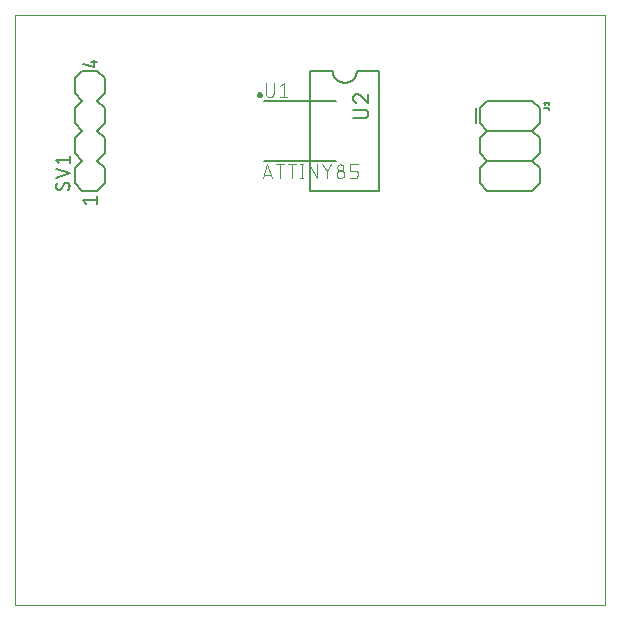
<source format=gto>
G75*
%MOIN*%
%OFA0B0*%
%FSLAX25Y25*%
%IPPOS*%
%LPD*%
%AMOC8*
5,1,8,0,0,1.08239X$1,22.5*
%
%ADD10C,0.00000*%
%ADD11C,0.00800*%
%ADD12C,0.00500*%
%ADD13C,0.01000*%
%ADD14C,0.00400*%
%ADD15C,0.00600*%
D10*
X0001000Y0001000D02*
X0001000Y0197850D01*
X0197850Y0197850D01*
X0197850Y0001000D01*
X0001000Y0001000D01*
D11*
X0084000Y0149150D02*
X0108000Y0149150D01*
X0108000Y0169150D02*
X0084000Y0169150D01*
X0154681Y0166650D02*
X0154681Y0161650D01*
X0156000Y0161650D02*
X0156000Y0166650D01*
X0158500Y0169150D01*
X0173500Y0169150D01*
X0176000Y0166650D01*
X0176000Y0161650D01*
X0173500Y0159150D01*
X0158500Y0159150D01*
X0156000Y0156650D01*
X0156000Y0151650D01*
X0158500Y0149150D01*
X0173500Y0149150D01*
X0176000Y0146650D01*
X0176000Y0141650D01*
X0173500Y0139150D01*
X0158500Y0139150D01*
X0156000Y0141650D01*
X0156000Y0146650D01*
X0158500Y0149150D01*
X0158500Y0159150D02*
X0156000Y0161650D01*
X0173500Y0159150D02*
X0176000Y0156650D01*
X0176000Y0151650D01*
X0173500Y0149150D01*
D12*
X0179150Y0166050D02*
X0179150Y0166261D01*
X0179148Y0166300D01*
X0179143Y0166339D01*
X0179134Y0166376D01*
X0179122Y0166413D01*
X0179106Y0166449D01*
X0179087Y0166483D01*
X0179065Y0166515D01*
X0179040Y0166545D01*
X0179012Y0166573D01*
X0178982Y0166598D01*
X0178950Y0166620D01*
X0178916Y0166639D01*
X0178880Y0166655D01*
X0178843Y0166667D01*
X0178806Y0166676D01*
X0178767Y0166681D01*
X0178728Y0166683D01*
X0177250Y0166683D01*
X0177672Y0167844D02*
X0177250Y0168372D01*
X0179150Y0168372D01*
X0179150Y0167844D02*
X0179150Y0168900D01*
X0118850Y0168566D02*
X0118850Y0171400D01*
X0118850Y0168566D02*
X0116017Y0170975D01*
X0113750Y0170125D02*
X0113752Y0170046D01*
X0113758Y0169967D01*
X0113767Y0169888D01*
X0113781Y0169810D01*
X0113798Y0169733D01*
X0113818Y0169656D01*
X0113843Y0169581D01*
X0113871Y0169507D01*
X0113903Y0169434D01*
X0113938Y0169363D01*
X0113976Y0169294D01*
X0114018Y0169227D01*
X0114063Y0169162D01*
X0114111Y0169099D01*
X0114163Y0169038D01*
X0114217Y0168980D01*
X0114273Y0168925D01*
X0114333Y0168872D01*
X0114394Y0168823D01*
X0114459Y0168776D01*
X0114525Y0168733D01*
X0114593Y0168693D01*
X0114663Y0168656D01*
X0114735Y0168623D01*
X0114809Y0168593D01*
X0114883Y0168567D01*
X0116016Y0170974D02*
X0115967Y0171023D01*
X0115916Y0171069D01*
X0115862Y0171113D01*
X0115806Y0171154D01*
X0115748Y0171192D01*
X0115689Y0171227D01*
X0115627Y0171259D01*
X0115564Y0171288D01*
X0115500Y0171314D01*
X0115434Y0171336D01*
X0115368Y0171355D01*
X0115300Y0171371D01*
X0115232Y0171383D01*
X0115163Y0171392D01*
X0115094Y0171397D01*
X0115025Y0171399D01*
X0115025Y0171400D02*
X0114956Y0171398D01*
X0114887Y0171393D01*
X0114819Y0171383D01*
X0114751Y0171370D01*
X0114684Y0171354D01*
X0114618Y0171333D01*
X0114553Y0171309D01*
X0114490Y0171282D01*
X0114428Y0171251D01*
X0114368Y0171217D01*
X0114309Y0171180D01*
X0114253Y0171140D01*
X0114200Y0171097D01*
X0114148Y0171051D01*
X0114099Y0171002D01*
X0114053Y0170950D01*
X0114010Y0170897D01*
X0113970Y0170841D01*
X0113933Y0170782D01*
X0113899Y0170722D01*
X0113868Y0170660D01*
X0113841Y0170597D01*
X0113817Y0170532D01*
X0113796Y0170466D01*
X0113780Y0170399D01*
X0113767Y0170331D01*
X0113757Y0170263D01*
X0113752Y0170194D01*
X0113750Y0170125D01*
X0113750Y0166192D02*
X0117433Y0166192D01*
X0117507Y0166190D01*
X0117581Y0166184D01*
X0117655Y0166175D01*
X0117728Y0166161D01*
X0117800Y0166144D01*
X0117871Y0166123D01*
X0117941Y0166098D01*
X0118009Y0166069D01*
X0118076Y0166038D01*
X0118141Y0166002D01*
X0118205Y0165963D01*
X0118266Y0165921D01*
X0118325Y0165876D01*
X0118381Y0165828D01*
X0118435Y0165777D01*
X0118486Y0165723D01*
X0118534Y0165667D01*
X0118579Y0165608D01*
X0118621Y0165547D01*
X0118660Y0165484D01*
X0118696Y0165418D01*
X0118727Y0165351D01*
X0118756Y0165283D01*
X0118781Y0165213D01*
X0118802Y0165142D01*
X0118819Y0165070D01*
X0118833Y0164997D01*
X0118842Y0164923D01*
X0118848Y0164849D01*
X0118850Y0164775D01*
X0118848Y0164701D01*
X0118842Y0164627D01*
X0118833Y0164553D01*
X0118819Y0164480D01*
X0118802Y0164408D01*
X0118781Y0164337D01*
X0118756Y0164267D01*
X0118727Y0164199D01*
X0118696Y0164132D01*
X0118660Y0164067D01*
X0118621Y0164003D01*
X0118579Y0163942D01*
X0118534Y0163883D01*
X0118486Y0163827D01*
X0118435Y0163773D01*
X0118381Y0163722D01*
X0118325Y0163674D01*
X0118266Y0163629D01*
X0118205Y0163587D01*
X0118142Y0163548D01*
X0118076Y0163512D01*
X0118009Y0163481D01*
X0117941Y0163452D01*
X0117871Y0163427D01*
X0117800Y0163406D01*
X0117728Y0163389D01*
X0117655Y0163375D01*
X0117581Y0163366D01*
X0117507Y0163360D01*
X0117433Y0163358D01*
X0113750Y0163358D01*
X0028250Y0182150D02*
X0026250Y0182150D01*
X0027250Y0182900D02*
X0027250Y0180400D01*
X0023750Y0181400D01*
X0019250Y0150750D02*
X0019250Y0148250D01*
X0019250Y0149500D02*
X0014750Y0149500D01*
X0015750Y0148250D01*
X0014750Y0146500D02*
X0019250Y0145000D01*
X0014750Y0143500D01*
X0017375Y0141400D02*
X0016625Y0140025D01*
X0014750Y0140525D02*
X0014752Y0140605D01*
X0014757Y0140686D01*
X0014766Y0140766D01*
X0014778Y0140845D01*
X0014793Y0140924D01*
X0014812Y0141002D01*
X0014834Y0141080D01*
X0014859Y0141156D01*
X0014888Y0141231D01*
X0014920Y0141305D01*
X0014955Y0141377D01*
X0014993Y0141448D01*
X0015034Y0141517D01*
X0015078Y0141585D01*
X0015125Y0141650D01*
X0016625Y0140024D02*
X0016592Y0139972D01*
X0016556Y0139921D01*
X0016517Y0139873D01*
X0016475Y0139828D01*
X0016430Y0139785D01*
X0016382Y0139745D01*
X0016333Y0139708D01*
X0016281Y0139674D01*
X0016227Y0139643D01*
X0016171Y0139615D01*
X0016114Y0139591D01*
X0016055Y0139571D01*
X0015996Y0139554D01*
X0015935Y0139541D01*
X0015874Y0139532D01*
X0015812Y0139526D01*
X0015750Y0139524D01*
X0015750Y0139525D02*
X0015690Y0139527D01*
X0015629Y0139532D01*
X0015570Y0139541D01*
X0015511Y0139554D01*
X0015452Y0139570D01*
X0015395Y0139590D01*
X0015340Y0139613D01*
X0015285Y0139640D01*
X0015233Y0139669D01*
X0015182Y0139702D01*
X0015133Y0139738D01*
X0015087Y0139776D01*
X0015043Y0139818D01*
X0015001Y0139862D01*
X0014963Y0139908D01*
X0014927Y0139957D01*
X0014894Y0140008D01*
X0014865Y0140060D01*
X0014838Y0140115D01*
X0014815Y0140170D01*
X0014795Y0140227D01*
X0014779Y0140286D01*
X0014766Y0140345D01*
X0014757Y0140404D01*
X0014752Y0140465D01*
X0014750Y0140525D01*
X0018626Y0139400D02*
X0018687Y0139463D01*
X0018745Y0139528D01*
X0018801Y0139596D01*
X0018854Y0139667D01*
X0018903Y0139739D01*
X0018950Y0139813D01*
X0018994Y0139889D01*
X0019034Y0139967D01*
X0019071Y0140047D01*
X0019105Y0140128D01*
X0019135Y0140210D01*
X0019162Y0140294D01*
X0019186Y0140379D01*
X0019206Y0140464D01*
X0019222Y0140550D01*
X0019235Y0140637D01*
X0019244Y0140725D01*
X0019249Y0140812D01*
X0019251Y0140900D01*
X0019250Y0140900D02*
X0019248Y0140960D01*
X0019243Y0141021D01*
X0019234Y0141080D01*
X0019221Y0141139D01*
X0019205Y0141198D01*
X0019185Y0141255D01*
X0019162Y0141310D01*
X0019135Y0141365D01*
X0019106Y0141417D01*
X0019073Y0141468D01*
X0019037Y0141517D01*
X0018999Y0141563D01*
X0018957Y0141607D01*
X0018913Y0141649D01*
X0018867Y0141687D01*
X0018818Y0141723D01*
X0018767Y0141756D01*
X0018715Y0141785D01*
X0018660Y0141812D01*
X0018605Y0141835D01*
X0018548Y0141855D01*
X0018489Y0141871D01*
X0018430Y0141884D01*
X0018371Y0141893D01*
X0018310Y0141898D01*
X0018250Y0141900D01*
X0018188Y0141898D01*
X0018126Y0141892D01*
X0018065Y0141883D01*
X0018004Y0141870D01*
X0017945Y0141853D01*
X0017886Y0141833D01*
X0017829Y0141809D01*
X0017773Y0141781D01*
X0017719Y0141750D01*
X0017667Y0141716D01*
X0017618Y0141679D01*
X0017570Y0141639D01*
X0017525Y0141596D01*
X0017483Y0141551D01*
X0017444Y0141503D01*
X0017408Y0141452D01*
X0017375Y0141400D01*
X0023750Y0136150D02*
X0028250Y0136150D01*
X0028250Y0134900D02*
X0028250Y0137400D01*
X0024750Y0134900D02*
X0023750Y0136150D01*
D13*
X0082000Y0171150D02*
X0082002Y0171194D01*
X0082008Y0171238D01*
X0082018Y0171281D01*
X0082031Y0171323D01*
X0082048Y0171364D01*
X0082069Y0171403D01*
X0082093Y0171440D01*
X0082120Y0171475D01*
X0082150Y0171507D01*
X0082183Y0171537D01*
X0082219Y0171563D01*
X0082256Y0171587D01*
X0082296Y0171606D01*
X0082337Y0171623D01*
X0082380Y0171635D01*
X0082423Y0171644D01*
X0082467Y0171649D01*
X0082511Y0171650D01*
X0082555Y0171647D01*
X0082599Y0171640D01*
X0082642Y0171629D01*
X0082684Y0171615D01*
X0082724Y0171597D01*
X0082763Y0171575D01*
X0082799Y0171551D01*
X0082833Y0171523D01*
X0082865Y0171492D01*
X0082894Y0171458D01*
X0082920Y0171422D01*
X0082942Y0171384D01*
X0082961Y0171344D01*
X0082976Y0171302D01*
X0082988Y0171260D01*
X0082996Y0171216D01*
X0083000Y0171172D01*
X0083000Y0171128D01*
X0082996Y0171084D01*
X0082988Y0171040D01*
X0082976Y0170998D01*
X0082961Y0170956D01*
X0082942Y0170916D01*
X0082920Y0170878D01*
X0082894Y0170842D01*
X0082865Y0170808D01*
X0082833Y0170777D01*
X0082799Y0170749D01*
X0082763Y0170725D01*
X0082724Y0170703D01*
X0082684Y0170685D01*
X0082642Y0170671D01*
X0082599Y0170660D01*
X0082555Y0170653D01*
X0082511Y0170650D01*
X0082467Y0170651D01*
X0082423Y0170656D01*
X0082380Y0170665D01*
X0082337Y0170677D01*
X0082296Y0170694D01*
X0082256Y0170713D01*
X0082219Y0170737D01*
X0082183Y0170763D01*
X0082150Y0170793D01*
X0082120Y0170825D01*
X0082093Y0170860D01*
X0082069Y0170897D01*
X0082048Y0170936D01*
X0082031Y0170977D01*
X0082018Y0171019D01*
X0082008Y0171062D01*
X0082002Y0171106D01*
X0082000Y0171150D01*
D14*
X0084700Y0171627D02*
X0084700Y0174950D01*
X0087256Y0174950D02*
X0087256Y0171627D01*
X0087254Y0171557D01*
X0087248Y0171486D01*
X0087239Y0171417D01*
X0087225Y0171348D01*
X0087208Y0171279D01*
X0087187Y0171212D01*
X0087162Y0171146D01*
X0087134Y0171082D01*
X0087102Y0171019D01*
X0087067Y0170958D01*
X0087028Y0170899D01*
X0086987Y0170842D01*
X0086942Y0170788D01*
X0086894Y0170736D01*
X0086844Y0170687D01*
X0086790Y0170640D01*
X0086735Y0170597D01*
X0086677Y0170557D01*
X0086617Y0170520D01*
X0086555Y0170487D01*
X0086491Y0170457D01*
X0086426Y0170430D01*
X0086360Y0170407D01*
X0086292Y0170388D01*
X0086223Y0170373D01*
X0086154Y0170361D01*
X0086084Y0170353D01*
X0086013Y0170349D01*
X0085943Y0170349D01*
X0085872Y0170353D01*
X0085802Y0170361D01*
X0085733Y0170373D01*
X0085664Y0170388D01*
X0085596Y0170407D01*
X0085530Y0170430D01*
X0085465Y0170457D01*
X0085401Y0170487D01*
X0085339Y0170520D01*
X0085279Y0170557D01*
X0085221Y0170597D01*
X0085166Y0170640D01*
X0085112Y0170687D01*
X0085062Y0170736D01*
X0085014Y0170788D01*
X0084969Y0170842D01*
X0084928Y0170899D01*
X0084889Y0170958D01*
X0084854Y0171019D01*
X0084822Y0171082D01*
X0084794Y0171146D01*
X0084769Y0171212D01*
X0084748Y0171279D01*
X0084731Y0171348D01*
X0084717Y0171417D01*
X0084708Y0171486D01*
X0084702Y0171557D01*
X0084700Y0171627D01*
X0089350Y0170350D02*
X0091906Y0170350D01*
X0090628Y0170350D02*
X0090628Y0174950D01*
X0089350Y0173927D01*
X0089433Y0147950D02*
X0089433Y0143350D01*
X0086767Y0143350D02*
X0085233Y0147950D01*
X0083700Y0143350D01*
X0084083Y0144500D02*
X0086383Y0144500D01*
X0088156Y0147950D02*
X0090711Y0147950D01*
X0092056Y0147950D02*
X0094611Y0147950D01*
X0093333Y0147950D02*
X0093333Y0143350D01*
X0096122Y0143350D02*
X0097144Y0143350D01*
X0096633Y0143350D02*
X0096633Y0147950D01*
X0096122Y0147950D02*
X0097144Y0147950D01*
X0099106Y0147950D02*
X0101661Y0143350D01*
X0101661Y0147950D01*
X0103500Y0147950D02*
X0105033Y0145777D01*
X0105033Y0143350D01*
X0105033Y0145777D02*
X0106567Y0147950D01*
X0108511Y0146927D02*
X0108513Y0146864D01*
X0108519Y0146801D01*
X0108528Y0146739D01*
X0108542Y0146678D01*
X0108559Y0146617D01*
X0108580Y0146558D01*
X0108605Y0146500D01*
X0108633Y0146443D01*
X0108664Y0146389D01*
X0108699Y0146337D01*
X0108737Y0146286D01*
X0108778Y0146238D01*
X0108822Y0146193D01*
X0108868Y0146151D01*
X0108917Y0146111D01*
X0108968Y0146075D01*
X0109022Y0146042D01*
X0109077Y0146012D01*
X0109135Y0145986D01*
X0109193Y0145963D01*
X0109253Y0145944D01*
X0109314Y0145929D01*
X0109376Y0145917D01*
X0109439Y0145909D01*
X0109502Y0145905D01*
X0109564Y0145905D01*
X0109627Y0145909D01*
X0109690Y0145917D01*
X0109752Y0145929D01*
X0109813Y0145944D01*
X0109873Y0145963D01*
X0109931Y0145986D01*
X0109989Y0146012D01*
X0110044Y0146042D01*
X0110098Y0146075D01*
X0110149Y0146111D01*
X0110198Y0146151D01*
X0110244Y0146193D01*
X0110288Y0146238D01*
X0110329Y0146286D01*
X0110367Y0146337D01*
X0110402Y0146389D01*
X0110433Y0146443D01*
X0110461Y0146500D01*
X0110486Y0146558D01*
X0110507Y0146617D01*
X0110524Y0146678D01*
X0110538Y0146739D01*
X0110547Y0146801D01*
X0110553Y0146864D01*
X0110555Y0146927D01*
X0110553Y0146990D01*
X0110547Y0147053D01*
X0110538Y0147115D01*
X0110524Y0147176D01*
X0110507Y0147237D01*
X0110486Y0147296D01*
X0110461Y0147354D01*
X0110433Y0147411D01*
X0110402Y0147465D01*
X0110367Y0147517D01*
X0110329Y0147568D01*
X0110288Y0147616D01*
X0110244Y0147661D01*
X0110198Y0147703D01*
X0110149Y0147743D01*
X0110098Y0147779D01*
X0110044Y0147812D01*
X0109989Y0147842D01*
X0109931Y0147868D01*
X0109873Y0147891D01*
X0109813Y0147910D01*
X0109752Y0147925D01*
X0109690Y0147937D01*
X0109627Y0147945D01*
X0109564Y0147949D01*
X0109502Y0147949D01*
X0109439Y0147945D01*
X0109376Y0147937D01*
X0109314Y0147925D01*
X0109253Y0147910D01*
X0109193Y0147891D01*
X0109135Y0147868D01*
X0109077Y0147842D01*
X0109022Y0147812D01*
X0108968Y0147779D01*
X0108917Y0147743D01*
X0108868Y0147703D01*
X0108822Y0147661D01*
X0108778Y0147616D01*
X0108737Y0147568D01*
X0108699Y0147517D01*
X0108664Y0147465D01*
X0108633Y0147411D01*
X0108605Y0147354D01*
X0108580Y0147296D01*
X0108559Y0147237D01*
X0108542Y0147176D01*
X0108528Y0147115D01*
X0108519Y0147053D01*
X0108513Y0146990D01*
X0108511Y0146927D01*
X0108255Y0144627D02*
X0108257Y0144557D01*
X0108263Y0144486D01*
X0108272Y0144417D01*
X0108286Y0144348D01*
X0108303Y0144279D01*
X0108324Y0144212D01*
X0108349Y0144146D01*
X0108377Y0144082D01*
X0108409Y0144019D01*
X0108444Y0143958D01*
X0108483Y0143899D01*
X0108524Y0143842D01*
X0108569Y0143788D01*
X0108617Y0143736D01*
X0108667Y0143687D01*
X0108721Y0143640D01*
X0108776Y0143597D01*
X0108834Y0143557D01*
X0108894Y0143520D01*
X0108956Y0143487D01*
X0109020Y0143457D01*
X0109085Y0143430D01*
X0109151Y0143407D01*
X0109219Y0143388D01*
X0109288Y0143373D01*
X0109357Y0143361D01*
X0109427Y0143353D01*
X0109498Y0143349D01*
X0109568Y0143349D01*
X0109639Y0143353D01*
X0109709Y0143361D01*
X0109778Y0143373D01*
X0109847Y0143388D01*
X0109915Y0143407D01*
X0109981Y0143430D01*
X0110046Y0143457D01*
X0110110Y0143487D01*
X0110172Y0143520D01*
X0110232Y0143557D01*
X0110290Y0143597D01*
X0110345Y0143640D01*
X0110399Y0143687D01*
X0110449Y0143736D01*
X0110497Y0143788D01*
X0110542Y0143842D01*
X0110583Y0143899D01*
X0110622Y0143958D01*
X0110657Y0144019D01*
X0110689Y0144082D01*
X0110717Y0144146D01*
X0110742Y0144212D01*
X0110763Y0144279D01*
X0110780Y0144348D01*
X0110794Y0144417D01*
X0110803Y0144486D01*
X0110809Y0144557D01*
X0110811Y0144627D01*
X0110809Y0144697D01*
X0110803Y0144768D01*
X0110794Y0144837D01*
X0110780Y0144906D01*
X0110763Y0144975D01*
X0110742Y0145042D01*
X0110717Y0145108D01*
X0110689Y0145172D01*
X0110657Y0145235D01*
X0110622Y0145296D01*
X0110583Y0145355D01*
X0110542Y0145412D01*
X0110497Y0145466D01*
X0110449Y0145518D01*
X0110399Y0145567D01*
X0110345Y0145614D01*
X0110290Y0145657D01*
X0110232Y0145697D01*
X0110172Y0145734D01*
X0110110Y0145767D01*
X0110046Y0145797D01*
X0109981Y0145824D01*
X0109915Y0145847D01*
X0109847Y0145866D01*
X0109778Y0145881D01*
X0109709Y0145893D01*
X0109639Y0145901D01*
X0109568Y0145905D01*
X0109498Y0145905D01*
X0109427Y0145901D01*
X0109357Y0145893D01*
X0109288Y0145881D01*
X0109219Y0145866D01*
X0109151Y0145847D01*
X0109085Y0145824D01*
X0109020Y0145797D01*
X0108956Y0145767D01*
X0108894Y0145734D01*
X0108834Y0145697D01*
X0108776Y0145657D01*
X0108721Y0145614D01*
X0108667Y0145567D01*
X0108617Y0145518D01*
X0108569Y0145466D01*
X0108524Y0145412D01*
X0108483Y0145355D01*
X0108444Y0145296D01*
X0108409Y0145235D01*
X0108377Y0145172D01*
X0108349Y0145108D01*
X0108324Y0145042D01*
X0108303Y0144975D01*
X0108286Y0144906D01*
X0108272Y0144837D01*
X0108263Y0144768D01*
X0108257Y0144697D01*
X0108255Y0144627D01*
X0112755Y0143350D02*
X0114289Y0143350D01*
X0114351Y0143352D01*
X0114412Y0143357D01*
X0114473Y0143367D01*
X0114534Y0143380D01*
X0114593Y0143396D01*
X0114651Y0143416D01*
X0114708Y0143440D01*
X0114764Y0143467D01*
X0114818Y0143497D01*
X0114870Y0143531D01*
X0114919Y0143567D01*
X0114967Y0143607D01*
X0115012Y0143649D01*
X0115054Y0143694D01*
X0115094Y0143742D01*
X0115130Y0143791D01*
X0115164Y0143843D01*
X0115194Y0143897D01*
X0115221Y0143953D01*
X0115245Y0144010D01*
X0115265Y0144068D01*
X0115281Y0144127D01*
X0115294Y0144188D01*
X0115304Y0144249D01*
X0115309Y0144310D01*
X0115311Y0144372D01*
X0115311Y0144883D01*
X0115309Y0144945D01*
X0115304Y0145006D01*
X0115294Y0145067D01*
X0115281Y0145128D01*
X0115265Y0145187D01*
X0115245Y0145245D01*
X0115221Y0145302D01*
X0115194Y0145358D01*
X0115164Y0145412D01*
X0115130Y0145464D01*
X0115094Y0145513D01*
X0115054Y0145561D01*
X0115012Y0145606D01*
X0114967Y0145648D01*
X0114919Y0145688D01*
X0114870Y0145724D01*
X0114818Y0145758D01*
X0114764Y0145788D01*
X0114708Y0145815D01*
X0114651Y0145839D01*
X0114593Y0145859D01*
X0114534Y0145875D01*
X0114473Y0145888D01*
X0114412Y0145898D01*
X0114351Y0145903D01*
X0114289Y0145905D01*
X0112755Y0145905D01*
X0112755Y0147950D01*
X0115311Y0147950D01*
X0099106Y0147950D02*
X0099106Y0143350D01*
D15*
X0099500Y0139150D02*
X0122500Y0139150D01*
X0122500Y0179150D01*
X0115000Y0179150D01*
X0114998Y0179024D01*
X0114992Y0178899D01*
X0114982Y0178774D01*
X0114968Y0178649D01*
X0114951Y0178524D01*
X0114929Y0178400D01*
X0114904Y0178277D01*
X0114874Y0178155D01*
X0114841Y0178034D01*
X0114804Y0177914D01*
X0114764Y0177795D01*
X0114719Y0177678D01*
X0114671Y0177561D01*
X0114619Y0177447D01*
X0114564Y0177334D01*
X0114505Y0177223D01*
X0114443Y0177114D01*
X0114377Y0177007D01*
X0114308Y0176902D01*
X0114236Y0176799D01*
X0114161Y0176698D01*
X0114082Y0176600D01*
X0114000Y0176505D01*
X0113916Y0176412D01*
X0113828Y0176322D01*
X0113738Y0176234D01*
X0113645Y0176150D01*
X0113550Y0176068D01*
X0113452Y0175989D01*
X0113351Y0175914D01*
X0113248Y0175842D01*
X0113143Y0175773D01*
X0113036Y0175707D01*
X0112927Y0175645D01*
X0112816Y0175586D01*
X0112703Y0175531D01*
X0112589Y0175479D01*
X0112472Y0175431D01*
X0112355Y0175386D01*
X0112236Y0175346D01*
X0112116Y0175309D01*
X0111995Y0175276D01*
X0111873Y0175246D01*
X0111750Y0175221D01*
X0111626Y0175199D01*
X0111501Y0175182D01*
X0111376Y0175168D01*
X0111251Y0175158D01*
X0111126Y0175152D01*
X0111000Y0175150D01*
X0110874Y0175152D01*
X0110749Y0175158D01*
X0110624Y0175168D01*
X0110499Y0175182D01*
X0110374Y0175199D01*
X0110250Y0175221D01*
X0110127Y0175246D01*
X0110005Y0175276D01*
X0109884Y0175309D01*
X0109764Y0175346D01*
X0109645Y0175386D01*
X0109528Y0175431D01*
X0109411Y0175479D01*
X0109297Y0175531D01*
X0109184Y0175586D01*
X0109073Y0175645D01*
X0108964Y0175707D01*
X0108857Y0175773D01*
X0108752Y0175842D01*
X0108649Y0175914D01*
X0108548Y0175989D01*
X0108450Y0176068D01*
X0108355Y0176150D01*
X0108262Y0176234D01*
X0108172Y0176322D01*
X0108084Y0176412D01*
X0108000Y0176505D01*
X0107918Y0176600D01*
X0107839Y0176698D01*
X0107764Y0176799D01*
X0107692Y0176902D01*
X0107623Y0177007D01*
X0107557Y0177114D01*
X0107495Y0177223D01*
X0107436Y0177334D01*
X0107381Y0177447D01*
X0107329Y0177561D01*
X0107281Y0177678D01*
X0107236Y0177795D01*
X0107196Y0177914D01*
X0107159Y0178034D01*
X0107126Y0178155D01*
X0107096Y0178277D01*
X0107071Y0178400D01*
X0107049Y0178524D01*
X0107032Y0178649D01*
X0107018Y0178774D01*
X0107008Y0178899D01*
X0107002Y0179024D01*
X0107000Y0179150D01*
X0099500Y0179150D01*
X0099500Y0139150D01*
X0031000Y0141650D02*
X0031000Y0146650D01*
X0028500Y0149150D01*
X0031000Y0151650D01*
X0031000Y0156650D01*
X0028500Y0159150D01*
X0031000Y0161650D01*
X0031000Y0166650D01*
X0028500Y0169150D01*
X0031000Y0171650D01*
X0031000Y0176650D01*
X0028500Y0179150D01*
X0023500Y0179150D01*
X0021000Y0176650D01*
X0021000Y0171650D01*
X0023500Y0169150D01*
X0021000Y0166650D01*
X0021000Y0161650D01*
X0023500Y0159150D01*
X0021000Y0156650D01*
X0021000Y0151650D01*
X0023500Y0149150D01*
X0021000Y0146650D01*
X0021000Y0141650D01*
X0023500Y0139150D01*
X0028500Y0139150D01*
X0031000Y0141650D01*
M02*

</source>
